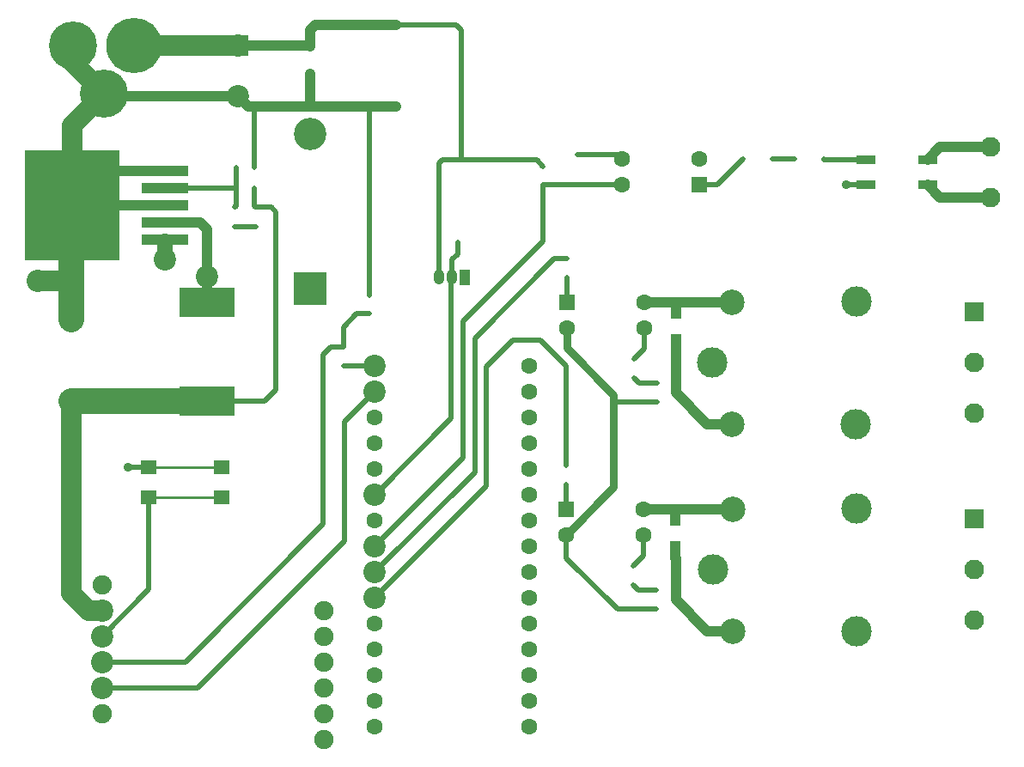
<source format=gbr>
G04 Created by GerbView*
%FSLAX35Y35*%
%MOMM*%
G75*
%ADD10C,0.0254*%
%ADD11C,0.4978*%
%ADD12R,0.0254X0.0254*%
%ADD13C,0.2997*%
%ADD14C,2.9997*%
%ADD15C,2.4994*%
%ADD16R,4.5999X1.0998*%
%ADD17R,9.3980X10.7975*%
%ADD18R,1.5977X1.3995*%
%ADD19R,1.5977X0.0000*%
%ADD20C,1.5977*%
%ADD21R,1.5977X1.5977*%
%ADD22R,1.9482X1.9482*%
%ADD23C,1.9482*%
%ADD24C,5.4585*%
%ADD25C,4.7396*%
%ADD26R,1.0490X1.4986*%
%ADD27R,1.0490X0.4496*%
%ADD28C,1.0490*%
%ADD29R,3.1979X3.1979*%
%ADD30R,3.1979X0.0000*%
%ADD31C,3.1979*%
%ADD32R,0.9982X0.9982*%
%ADD33R,1.9990X1.9990*%
%ADD34C,1.9990*%
%ADD35C,1.8999*%
%ADD36R,5.3975X2.8981*%
%ADD37R,1.8491X0.9500*%
%ADD38C,2.1996*%
%ADD39C,0.8992*%
%ADD40C,0.9982*%
%ADD41C,0.7493*%
%ADD42C,0.2489*%
%ADD43C,1.4986*%
%LNEXPORT*%
D02*
D10*
G36*
X16379330Y-08041730D02*
X16379310Y-08041750D01*
X16379290Y-08041770D01*
X16379270Y-08041790D01*
X16379330Y-08041730D01*
G37*
D11*
X16379350Y-08041700D03*
D10*
D11*
X16379350Y-08041700D03*
D10*
D11*
X16379350Y-08041700D03*
D10*
D11*
X16379350Y-08041700D03*
D10*
X16378441Y-08042618D02*
X16380218Y-08040841D01*
D12*
D10*
X16378135Y-08042161D02*
X16380484Y-08041378D01*
D12*
D10*
G36*
X16671830Y-08041730D02*
X16671810Y-08041750D01*
X16671790Y-08041770D01*
X16671769Y-08041790D01*
X16671830Y-08041730D01*
G37*
D11*
X16671850Y-08041700D03*
D10*
D11*
X16671850Y-08041700D03*
D10*
D11*
X16671850Y-08041700D03*
D10*
D11*
X16671850Y-08041700D03*
D10*
X16670941Y-08042618D02*
X16672718Y-08040841D01*
D12*
D10*
X16670635Y-08042161D02*
X16672984Y-08041378D01*
D12*
D10*
G36*
X15530930Y-12286229D02*
X15530910Y-12286249D01*
X15530890Y-12286269D01*
X15530870Y-12286289D01*
X15530930Y-12286229D01*
G37*
D13*
X15530950Y-12286199D03*
D10*
D13*
X15530950Y-12286199D03*
D10*
D13*
X15530950Y-12286199D03*
D10*
D13*
X15530950Y-12286199D03*
D10*
X15530041Y-12287118D02*
X15531818Y-12285341D01*
D12*
D10*
X15529735Y-12286661D02*
X15532084Y-12285878D01*
D12*
D10*
G36*
X15530930Y-12476229D02*
X15530910Y-12476249D01*
X15530890Y-12476269D01*
X15530870Y-12476289D01*
X15530930Y-12476229D01*
G37*
D13*
X15530950Y-12476199D03*
D10*
D13*
X15530950Y-12476199D03*
D10*
D13*
X15530950Y-12476199D03*
D10*
D13*
X15530950Y-12476199D03*
D10*
X15530041Y-12477118D02*
X15531818Y-12475341D01*
D12*
D10*
X15529735Y-12476661D02*
X15532084Y-12475878D01*
D12*
D10*
G36*
X15718430Y-12381229D02*
X15718410Y-12381249D01*
X15718390Y-12381269D01*
X15718370Y-12381289D01*
X15718430Y-12381229D01*
G37*
D13*
X15718450Y-12381199D03*
D10*
D13*
X15718450Y-12381199D03*
D10*
D13*
X15718450Y-12381199D03*
D10*
D13*
X15718450Y-12381199D03*
D10*
X15717541Y-12382118D02*
X15719318Y-12380341D01*
D12*
D10*
X15717235Y-12381661D02*
X15719584Y-12380878D01*
D12*
D10*
G36*
X11579980Y-08515030D02*
X11579960Y-08515050D01*
X11579940Y-08515070D01*
X11579920Y-08515090D01*
X11579980Y-08515030D01*
G37*
D11*
X11580000Y-08515000D03*
D10*
D11*
X11580000Y-08515000D03*
D10*
D11*
X11580000Y-08515000D03*
D10*
D11*
X11580000Y-08515000D03*
D10*
X11579091Y-08515918D02*
X11580868Y-08514141D01*
D12*
D10*
X11578785Y-08515461D02*
X11581134Y-08514678D01*
D12*
D10*
G36*
X11579980Y-08705029D02*
X11579960Y-08705050D01*
X11579940Y-08705070D01*
X11579920Y-08705089D01*
X11579980Y-08705029D01*
G37*
D11*
X11580000Y-08705000D03*
D10*
D11*
X11580000Y-08705000D03*
D10*
D11*
X11580000Y-08705000D03*
D10*
D11*
X11580000Y-08705000D03*
D10*
X11579091Y-08705918D02*
X11580868Y-08704141D01*
D12*
D10*
X11578785Y-08705461D02*
X11581134Y-08704678D01*
D12*
D10*
D14*
X16082200Y-12086200D03*
D10*
D15*
X16277200Y-12691199D03*
D10*
D14*
X17497200Y-12691199D03*
D10*
D14*
X17502200Y-11486200D03*
D10*
D15*
X16277200Y-11491200D03*
D10*
D14*
X16079700Y-10046200D03*
D10*
D15*
X16274700Y-10651199D03*
D10*
D14*
X17494700Y-10651199D03*
D10*
D14*
X17499700Y-09446200D03*
D10*
D15*
X16274700Y-09451200D03*
D10*
G36*
X15533430Y-10248729D02*
X15533410Y-10248750D01*
X15533390Y-10248770D01*
X15533370Y-10248789D01*
X15533430Y-10248729D01*
G37*
D13*
X15533450Y-10248700D03*
D10*
D13*
X15533450Y-10248700D03*
D10*
D13*
X15533450Y-10248700D03*
D10*
D13*
X15533450Y-10248700D03*
D10*
X15532541Y-10249618D02*
X15534318Y-10247841D01*
D12*
D10*
X15532235Y-10249161D02*
X15534584Y-10248378D01*
D12*
D10*
G36*
X15533430Y-10438729D02*
X15533410Y-10438750D01*
X15533390Y-10438770D01*
X15533370Y-10438789D01*
X15533430Y-10438729D01*
G37*
D13*
X15533450Y-10438700D03*
D10*
D13*
X15533450Y-10438700D03*
D10*
D13*
X15533450Y-10438700D03*
D10*
D13*
X15533450Y-10438700D03*
D10*
X15532541Y-10439618D02*
X15534318Y-10437841D01*
D12*
D10*
X15532235Y-10439161D02*
X15534584Y-10438378D01*
D12*
D10*
G36*
X15720930Y-10343729D02*
X15720910Y-10343750D01*
X15720890Y-10343770D01*
X15720870Y-10343789D01*
X15720930Y-10343729D01*
G37*
D13*
X15720950Y-10343700D03*
D10*
D13*
X15720950Y-10343700D03*
D10*
D13*
X15720950Y-10343700D03*
D10*
D13*
X15720950Y-10343700D03*
D10*
X15720041Y-10344618D02*
X15721818Y-10342841D01*
D12*
D10*
X15719735Y-10344161D02*
X15722084Y-10343378D01*
D12*
D10*
G36*
X11369980Y-08705029D02*
X11369960Y-08705050D01*
X11369940Y-08705070D01*
X11369920Y-08705089D01*
X11369980Y-08705029D01*
G37*
D11*
X11370000Y-08705000D03*
D10*
D11*
X11370000Y-08705000D03*
D10*
D11*
X11370000Y-08705000D03*
D10*
D11*
X11370000Y-08705000D03*
D10*
X11369091Y-08705918D02*
X11370868Y-08704141D01*
D12*
D10*
X11368785Y-08705461D02*
X11371134Y-08704678D01*
D12*
D10*
G36*
X11369980Y-08515030D02*
X11369960Y-08515050D01*
X11369940Y-08515070D01*
X11369920Y-08515090D01*
X11369980Y-08515030D01*
G37*
D11*
X11370000Y-08515000D03*
D10*
D11*
X11370000Y-08515000D03*
D10*
D11*
X11370000Y-08515000D03*
D10*
D11*
X11370000Y-08515000D03*
D10*
X11369091Y-08515918D02*
X11370868Y-08514141D01*
D12*
D10*
X11368785Y-08515461D02*
X11371134Y-08514678D01*
D12*
D10*
G36*
X14639680Y-11244980D02*
X14639660Y-11245000D01*
X14639640Y-11245020D01*
X14639620Y-11245040D01*
X14639680Y-11244980D01*
G37*
D11*
X14639700Y-11244950D03*
D10*
D11*
X14639700Y-11244950D03*
D10*
D11*
X14639700Y-11244950D03*
D10*
D11*
X14639700Y-11244950D03*
D10*
X14638791Y-11245868D02*
X14640568Y-11244091D01*
D12*
D10*
X14638485Y-11245411D02*
X14640834Y-11244628D01*
D12*
D10*
G36*
X14639680Y-11062480D02*
X14639660Y-11062500D01*
X14639640Y-11062520D01*
X14639620Y-11062540D01*
X14639680Y-11062480D01*
G37*
D11*
X14639700Y-11062450D03*
D10*
D11*
X14639700Y-11062450D03*
D10*
D11*
X14639700Y-11062450D03*
D10*
D11*
X14639700Y-11062450D03*
D10*
X14638791Y-11063368D02*
X14640568Y-11061591D01*
D12*
D10*
X14638485Y-11062911D02*
X14640834Y-11062128D01*
D12*
D10*
G36*
X13385930Y-08856230D02*
X13385910Y-08856250D01*
X13385890Y-08856270D01*
X13385870Y-08856290D01*
X13385930Y-08856230D01*
G37*
D11*
X13385950Y-08856200D03*
D10*
D11*
X13385950Y-08856200D03*
D10*
D11*
X13385950Y-08856200D03*
D10*
D11*
X13385950Y-08856200D03*
D10*
X13385041Y-08857118D02*
X13386818Y-08855341D01*
D12*
D10*
X13384735Y-08856661D02*
X13387084Y-08855878D01*
D12*
D10*
G36*
X13568430Y-08856230D02*
X13568410Y-08856250D01*
X13568390Y-08856270D01*
X13568370Y-08856290D01*
X13568430Y-08856230D01*
G37*
D11*
X13568450Y-08856200D03*
D10*
D11*
X13568450Y-08856200D03*
D10*
D11*
X13568450Y-08856200D03*
D10*
D11*
X13568450Y-08856200D03*
D10*
X13567541Y-08857118D02*
X13569318Y-08855341D01*
D12*
D10*
X13567235Y-08856661D02*
X13569584Y-08855878D01*
D12*
D10*
D16*
X10683900Y-08832799D03*
D10*
D16*
X10683900Y-08662800D03*
D10*
D17*
X9768900Y-08492800D03*
D10*
D16*
X10683900Y-08492800D03*
D10*
D16*
X10683900Y-08322800D03*
D10*
D16*
X10683900Y-08152800D03*
D10*
G36*
X15304680Y-10193729D02*
X15304660Y-10193750D01*
X15304640Y-10193770D01*
X15304620Y-10193789D01*
X15304680Y-10193729D01*
G37*
D11*
X15304700Y-10193700D03*
D10*
D11*
X15304700Y-10193700D03*
D10*
D11*
X15304700Y-10193700D03*
D10*
D11*
X15304700Y-10193700D03*
D10*
X15303791Y-10194618D02*
X15305568Y-10192841D01*
D12*
D10*
X15303485Y-10194161D02*
X15305834Y-10193378D01*
D12*
D10*
G36*
X15304680Y-10011229D02*
X15304660Y-10011250D01*
X15304640Y-10011270D01*
X15304620Y-10011289D01*
X15304680Y-10011229D01*
G37*
D11*
X15304700Y-10011200D03*
D10*
D11*
X15304700Y-10011200D03*
D10*
D11*
X15304700Y-10011200D03*
D10*
D11*
X15304700Y-10011200D03*
D10*
X15303791Y-10012118D02*
X15305568Y-10010341D01*
D12*
D10*
X15303485Y-10011661D02*
X15305834Y-10010878D01*
D12*
D10*
G36*
X9762180Y-10421979D02*
X9762160Y-10422000D01*
X9762140Y-10422019D01*
X9762120Y-10422039D01*
X9762180Y-10421979D01*
G37*
D11*
X9762200Y-10421949D03*
D10*
D11*
X9762200Y-10421949D03*
D10*
D11*
X9762200Y-10421949D03*
D10*
D11*
X9762200Y-10421949D03*
D10*
X9761291Y-10422868D02*
X9763068Y-10421091D01*
D12*
D10*
X9760985Y-10422411D02*
X9763334Y-10421628D01*
D12*
D10*
G36*
X9762180Y-09621979D02*
X9762160Y-09622000D01*
X9762140Y-09622020D01*
X9762120Y-09622039D01*
X9762180Y-09621979D01*
G37*
D11*
X9762200Y-09621950D03*
D10*
D11*
X9762200Y-09621950D03*
D10*
D11*
X9762200Y-09621950D03*
D10*
D11*
X9762200Y-09621950D03*
D10*
X9761291Y-09622868D02*
X9763068Y-09621091D01*
D12*
D10*
X9760985Y-09622411D02*
X9763334Y-09621628D01*
D12*
D10*
G36*
X12117180Y-06931229D02*
X12117160Y-06931250D01*
X12117140Y-06931269D01*
X12117120Y-06931289D01*
X12117180Y-06931229D01*
G37*
D11*
X12117200Y-06931199D03*
D10*
D11*
X12117200Y-06931199D03*
D10*
D11*
X12117200Y-06931199D03*
D10*
D11*
X12117200Y-06931199D03*
D10*
X12116291Y-06932118D02*
X12118068Y-06930341D01*
D12*
D10*
X12115985Y-06931661D02*
X12118334Y-06930878D01*
D12*
D10*
G36*
X12117180Y-07201229D02*
X12117160Y-07201250D01*
X12117140Y-07201269D01*
X12117120Y-07201290D01*
X12117180Y-07201229D01*
G37*
D11*
X12117200Y-07201199D03*
D10*
D11*
X12117200Y-07201199D03*
D10*
D11*
X12117200Y-07201199D03*
D10*
D11*
X12117200Y-07201199D03*
D10*
X12116291Y-07202118D02*
X12118068Y-07200341D01*
D12*
D10*
X12115985Y-07201661D02*
X12118334Y-07200878D01*
D12*
D10*
D18*
X10522200Y-11076200D03*
D10*
D18*
X11242200Y-11076200D03*
D10*
D18*
X11242200Y-11376200D03*
D10*
D18*
X10522200Y-11376200D03*
D10*
D19*
X14274000Y-10078000D03*
D10*
D20*
X14274000Y-10078000D03*
D10*
D20*
X14274000Y-10078000D03*
D10*
D19*
X14274000Y-10332000D03*
D10*
D20*
X14274000Y-10332000D03*
D10*
D20*
X14274000Y-10332000D03*
D10*
D19*
X14274000Y-10586000D03*
D10*
D20*
X14274000Y-10586000D03*
D10*
D20*
X14274000Y-10586000D03*
D10*
D19*
X14274000Y-10840000D03*
D10*
D20*
X14274000Y-10840000D03*
D10*
D20*
X14274000Y-10840000D03*
D10*
D19*
X14274000Y-11094000D03*
D10*
D20*
X14274000Y-11094000D03*
D10*
D20*
X14274000Y-11094000D03*
D10*
D19*
X14274000Y-11348000D03*
D10*
D20*
X14274000Y-11348000D03*
D10*
D20*
X14274000Y-11348000D03*
D10*
D19*
X14274000Y-11602000D03*
D10*
D20*
X14274000Y-11602000D03*
D10*
D20*
X14274000Y-11602000D03*
D10*
D19*
X14274000Y-11856000D03*
D10*
D20*
X14274000Y-11856000D03*
D10*
D20*
X14274000Y-11856000D03*
D10*
D19*
X14274000Y-12110000D03*
D10*
D20*
X14274000Y-12110000D03*
D10*
D20*
X14274000Y-12110000D03*
D10*
D19*
X14274000Y-12364000D03*
D10*
D20*
X14274000Y-12364000D03*
D10*
D20*
X14274000Y-12364000D03*
D10*
D19*
X14274000Y-12618000D03*
D10*
D20*
X14274000Y-12618000D03*
D10*
D20*
X14274000Y-12618000D03*
D10*
D19*
X14274000Y-12872000D03*
D10*
D20*
X14274000Y-12872000D03*
D10*
D20*
X14274000Y-12872000D03*
D10*
D19*
X14274000Y-13126000D03*
D10*
D20*
X14274000Y-13126000D03*
D10*
D20*
X14274000Y-13126000D03*
D10*
D19*
X14274000Y-13380000D03*
D10*
D20*
X14274000Y-13380000D03*
D10*
D20*
X14274000Y-13380000D03*
D10*
D19*
X14274000Y-13634000D03*
D10*
D20*
X14274000Y-13634000D03*
D10*
D20*
X14274000Y-13634000D03*
D10*
D19*
X12750000Y-13634000D03*
D10*
D20*
X12750000Y-13634000D03*
D10*
D20*
X12750000Y-13634000D03*
D10*
D19*
X12750000Y-13380000D03*
D10*
D20*
X12750000Y-13380000D03*
D10*
D20*
X12750000Y-13380000D03*
D10*
D19*
X12750000Y-13126000D03*
D10*
D20*
X12750000Y-13126000D03*
D10*
D20*
X12750000Y-13126000D03*
D10*
D19*
X12750000Y-12872000D03*
D10*
D20*
X12750000Y-12872000D03*
D10*
D20*
X12750000Y-12872000D03*
D10*
D19*
X12750000Y-12618000D03*
D10*
D20*
X12750000Y-12618000D03*
D10*
D20*
X12750000Y-12618000D03*
D10*
D19*
X12750000Y-12364000D03*
D10*
D20*
X12750000Y-12364000D03*
D10*
D20*
X12750000Y-12364000D03*
D10*
D19*
X12750000Y-12110000D03*
D10*
D20*
X12750000Y-12110000D03*
D10*
D20*
X12750000Y-12110000D03*
D10*
D19*
X12750000Y-11856000D03*
D10*
D20*
X12750000Y-11856000D03*
D10*
D20*
X12750000Y-11856000D03*
D10*
D19*
X12750000Y-11602000D03*
D10*
D20*
X12750000Y-11602000D03*
D10*
D20*
X12750000Y-11602000D03*
D10*
D19*
X12750000Y-11348000D03*
D10*
D20*
X12750000Y-11348000D03*
D10*
D20*
X12750000Y-11348000D03*
D10*
D19*
X12750000Y-11094000D03*
D10*
D20*
X12750000Y-11094000D03*
D10*
D20*
X12750000Y-11094000D03*
D10*
D19*
X12750000Y-10840000D03*
D10*
D20*
X12750000Y-10840000D03*
D10*
D20*
X12750000Y-10840000D03*
D10*
D19*
X12750000Y-10586000D03*
D10*
D20*
X12750000Y-10586000D03*
D10*
D20*
X12750000Y-10586000D03*
D10*
D19*
X12750000Y-10332000D03*
D10*
D20*
X12750000Y-10332000D03*
D10*
D20*
X12750000Y-10332000D03*
D10*
D21*
X12750000Y-10078000D03*
D10*
G36*
X16887330Y-08041730D02*
X16887310Y-08041750D01*
X16887290Y-08041770D01*
X16887270Y-08041790D01*
X16887330Y-08041730D01*
G37*
D11*
X16887350Y-08041700D03*
D10*
D11*
X16887350Y-08041700D03*
D10*
D11*
X16887350Y-08041700D03*
D10*
D11*
X16887350Y-08041700D03*
D10*
X16886441Y-08042618D02*
X16888218Y-08040841D01*
D12*
D10*
X16886135Y-08042161D02*
X16888484Y-08041378D01*
D12*
D10*
G36*
X17179830Y-08041730D02*
X17179810Y-08041750D01*
X17179790Y-08041770D01*
X17179770Y-08041790D01*
X17179830Y-08041730D01*
G37*
D11*
X17179850Y-08041700D03*
D10*
D11*
X17179850Y-08041700D03*
D10*
D11*
X17179850Y-08041700D03*
D10*
D11*
X17179850Y-08041700D03*
D10*
X17178941Y-08042618D02*
X17180718Y-08040841D01*
D12*
D10*
X17178635Y-08042161D02*
X17180984Y-08041378D01*
D12*
D10*
D22*
X18660000Y-09546200D03*
D10*
D23*
X18660000Y-10046200D03*
D10*
D23*
X18660000Y-10546200D03*
D10*
D21*
X15950000Y-08295699D03*
D10*
D19*
X15950000Y-08041700D03*
D10*
D20*
X15950000Y-08041700D03*
D10*
D20*
X15950000Y-08041700D03*
D10*
D19*
X15188000Y-08041700D03*
D10*
D20*
X15188000Y-08041700D03*
D10*
D20*
X15188000Y-08041700D03*
D10*
D19*
X15188000Y-08295700D03*
D10*
D20*
X15188000Y-08295700D03*
D10*
D20*
X15188000Y-08295700D03*
D10*
G36*
X14409980Y-08113780D02*
X14409960Y-08113800D01*
X14409940Y-08113820D01*
X14409920Y-08113840D01*
X14409980Y-08113780D01*
G37*
D11*
X14410000Y-08113750D03*
D10*
D11*
X14410000Y-08113750D03*
D10*
D11*
X14410000Y-08113750D03*
D10*
D11*
X14410000Y-08113750D03*
D10*
X14409091Y-08114668D02*
X14410868Y-08112891D01*
D12*
D10*
X14408785Y-08114211D02*
X14411134Y-08113428D01*
D12*
D10*
G36*
X14409980Y-08296280D02*
X14409960Y-08296300D01*
X14409940Y-08296320D01*
X14409920Y-08296340D01*
X14409980Y-08296280D01*
G37*
D11*
X14410000Y-08296250D03*
D10*
D11*
X14410000Y-08296250D03*
D10*
D11*
X14410000Y-08296250D03*
D10*
D11*
X14410000Y-08296250D03*
D10*
X14409091Y-08297168D02*
X14410868Y-08295391D01*
D12*
D10*
X14408785Y-08296711D02*
X14411134Y-08295928D01*
D12*
D10*
D23*
X18817200Y-07918700D03*
D10*
D23*
X18817200Y-08418700D03*
D10*
D24*
X10379500Y-06923500D03*
D10*
D25*
X9779500Y-06923500D03*
D10*
D25*
X10079500Y-07393500D03*
D10*
D26*
X13639700Y-09202700D03*
D10*
D27*
X13512700Y-09202700D03*
D10*
D28*
X13512700Y-09225200D03*
D10*
D28*
X13512700Y-09180200D03*
D10*
D27*
X13385700Y-09202700D03*
D10*
D28*
X13385700Y-09225200D03*
D10*
D28*
X13385700Y-09180200D03*
D10*
D21*
X14644500Y-09450500D03*
D10*
D19*
X14644500Y-09704500D03*
D10*
D20*
X14644500Y-09704500D03*
D10*
D20*
X14644500Y-09704500D03*
D10*
D19*
X15406500Y-09704500D03*
D10*
D20*
X15406500Y-09704500D03*
D10*
D20*
X15406500Y-09704500D03*
D10*
D19*
X15406500Y-09450500D03*
D10*
D20*
X15406500Y-09450500D03*
D10*
D20*
X15406500Y-09450500D03*
D10*
G36*
X11566830Y-08322630D02*
X11566810Y-08322650D01*
X11566790Y-08322670D01*
X11566770Y-08322690D01*
X11566830Y-08322630D01*
G37*
D11*
X11566850Y-08322600D03*
D10*
D11*
X11566850Y-08322600D03*
D10*
D11*
X11566850Y-08322600D03*
D10*
D11*
X11566850Y-08322600D03*
D10*
X11565941Y-08323518D02*
X11567718Y-08321741D01*
D12*
D10*
X11565635Y-08323061D02*
X11567984Y-08322278D01*
D12*
D10*
G36*
X11384330Y-08322630D02*
X11384310Y-08322650D01*
X11384290Y-08322670D01*
X11384270Y-08322690D01*
X11384330Y-08322630D01*
G37*
D11*
X11384350Y-08322600D03*
D10*
D11*
X11384350Y-08322600D03*
D10*
D11*
X11384350Y-08322600D03*
D10*
D11*
X11384350Y-08322600D03*
D10*
X11383441Y-08323518D02*
X11385218Y-08321741D01*
D12*
D10*
X11383135Y-08323061D02*
X11385484Y-08322278D01*
D12*
D10*
G36*
X14644480Y-09205530D02*
X14644460Y-09205550D01*
X14644440Y-09205570D01*
X14644420Y-09205590D01*
X14644480Y-09205530D01*
G37*
D11*
X14644500Y-09205500D03*
D10*
D11*
X14644500Y-09205500D03*
D10*
D11*
X14644500Y-09205500D03*
D10*
D11*
X14644500Y-09205500D03*
D10*
X14643591Y-09206418D02*
X14645368Y-09204641D01*
D12*
D10*
X14643285Y-09205961D02*
X14645634Y-09205178D01*
D12*
D10*
G36*
X14644480Y-09023030D02*
X14644460Y-09023050D01*
X14644440Y-09023070D01*
X14644420Y-09023090D01*
X14644480Y-09023030D01*
G37*
D11*
X14644500Y-09023000D03*
D10*
D11*
X14644500Y-09023000D03*
D10*
D11*
X14644500Y-09023000D03*
D10*
D11*
X14644500Y-09023000D03*
D10*
X14643591Y-09023918D02*
X14645368Y-09022141D01*
D12*
D10*
X14643285Y-09023461D02*
X14645634Y-09022678D01*
D12*
D10*
D29*
X12115000Y-09313999D03*
D10*
D30*
X12115000Y-07790000D03*
D10*
D31*
X12115000Y-07790000D03*
D10*
D31*
X12115000Y-07790000D03*
D10*
G36*
X15299980Y-12235029D02*
X15299960Y-12235050D01*
X15299940Y-12235069D01*
X15299920Y-12235089D01*
X15299980Y-12235029D01*
G37*
D11*
X15300000Y-12235000D03*
D10*
D11*
X15300000Y-12235000D03*
D10*
D11*
X15300000Y-12235000D03*
D10*
D11*
X15300000Y-12235000D03*
D10*
X15299091Y-12235918D02*
X15300868Y-12234141D01*
D12*
D10*
X15298785Y-12235461D02*
X15301134Y-12234678D01*
D12*
D10*
G36*
X15299980Y-12052529D02*
X15299960Y-12052550D01*
X15299940Y-12052569D01*
X15299920Y-12052589D01*
X15299980Y-12052529D01*
G37*
D11*
X15300000Y-12052500D03*
D10*
D11*
X15300000Y-12052500D03*
D10*
D11*
X15300000Y-12052500D03*
D10*
D11*
X15300000Y-12052500D03*
D10*
X15299091Y-12053418D02*
X15300868Y-12051641D01*
D12*
D10*
X15298785Y-12052961D02*
X15301134Y-12052178D01*
D12*
D10*
D32*
X15717200Y-11606200D03*
D10*
D32*
X15717200Y-11856200D03*
D10*
G36*
X12444980Y-10076279D02*
X12444960Y-10076300D01*
X12444940Y-10076319D01*
X12444920Y-10076339D01*
X12444980Y-10076279D01*
G37*
D11*
X12445000Y-10076250D03*
D10*
D11*
X12445000Y-10076250D03*
D10*
D11*
X12445000Y-10076250D03*
D10*
D11*
X12445000Y-10076250D03*
D10*
X12444091Y-10077168D02*
X12445868Y-10075391D01*
D12*
D10*
X12443785Y-10076711D02*
X12446134Y-10075928D01*
D12*
D10*
G36*
X12444980Y-09893779D02*
X12444960Y-09893800D01*
X12444940Y-09893819D01*
X12444920Y-09893839D01*
X12444980Y-09893779D01*
G37*
D11*
X12445000Y-09893750D03*
D10*
D11*
X12445000Y-09893750D03*
D10*
D11*
X12445000Y-09893750D03*
D10*
D11*
X12445000Y-09893750D03*
D10*
X12444091Y-09894668D02*
X12445868Y-09892891D01*
D12*
D10*
X12443785Y-09894211D02*
X12446134Y-09893428D01*
D12*
D10*
G36*
X12694980Y-09383780D02*
X12694960Y-09383800D01*
X12694940Y-09383820D01*
X12694920Y-09383840D01*
X12694980Y-09383780D01*
G37*
D11*
X12695000Y-09383750D03*
D10*
D11*
X12695000Y-09383750D03*
D10*
D11*
X12695000Y-09383750D03*
D10*
D11*
X12695000Y-09383750D03*
D10*
X12694091Y-09384668D02*
X12695868Y-09382891D01*
D12*
D10*
X12693785Y-09384211D02*
X12696134Y-09383428D01*
D12*
D10*
G36*
X12694980Y-09566280D02*
X12694960Y-09566300D01*
X12694940Y-09566320D01*
X12694920Y-09566340D01*
X12694980Y-09566280D01*
G37*
D11*
X12695000Y-09566250D03*
D10*
D11*
X12695000Y-09566250D03*
D10*
D11*
X12695000Y-09566250D03*
D10*
D11*
X12695000Y-09566250D03*
D10*
X12694091Y-09567168D02*
X12695868Y-09565391D01*
D12*
D10*
X12693785Y-09566711D02*
X12696134Y-09565928D01*
D12*
D10*
G36*
X14749480Y-08295030D02*
X14749460Y-08295050D01*
X14749440Y-08295070D01*
X14749420Y-08295090D01*
X14749480Y-08295030D01*
G37*
D11*
X14749500Y-08295000D03*
D10*
D11*
X14749500Y-08295000D03*
D10*
D11*
X14749500Y-08295000D03*
D10*
D11*
X14749500Y-08295000D03*
D10*
X14748591Y-08295918D02*
X14750368Y-08294141D01*
D12*
D10*
X14748285Y-08295461D02*
X14750634Y-08294678D01*
D12*
D10*
G36*
X14749480Y-08000030D02*
X14749460Y-08000050D01*
X14749440Y-08000069D01*
X14749420Y-08000090D01*
X14749480Y-08000030D01*
G37*
D11*
X14749500Y-07999999D03*
D10*
D11*
X14749500Y-07999999D03*
D10*
D11*
X14749500Y-07999999D03*
D10*
D11*
X14749500Y-07999999D03*
D10*
X14748591Y-08000918D02*
X14750368Y-07999141D01*
D12*
D10*
X14748285Y-08000461D02*
X14750634Y-07999678D01*
D12*
D10*
D32*
X15719700Y-09565500D03*
D10*
D32*
X15719700Y-09815500D03*
D10*
D33*
X11406000Y-06922532D03*
D10*
D34*
X11406000Y-07422532D03*
D10*
D22*
X18660000Y-11586200D03*
D10*
D23*
X18660000Y-12086200D03*
D10*
D23*
X18660000Y-12586200D03*
D10*
G36*
X12962180Y-06721230D02*
X12962160Y-06721250D01*
X12962140Y-06721269D01*
X12962120Y-06721290D01*
X12962180Y-06721230D01*
G37*
D11*
X12962200Y-06721199D03*
D10*
D11*
X12962200Y-06721199D03*
D10*
D11*
X12962200Y-06721199D03*
D10*
D11*
X12962200Y-06721199D03*
D10*
X12961291Y-06722118D02*
X12963068Y-06720341D01*
D12*
D10*
X12960985Y-06721661D02*
X12963334Y-06720878D01*
D12*
D10*
G36*
X12962180Y-07521230D02*
X12962160Y-07521250D01*
X12962140Y-07521270D01*
X12962120Y-07521290D01*
X12962180Y-07521230D01*
G37*
D11*
X12962200Y-07521200D03*
D10*
D11*
X12962200Y-07521200D03*
D10*
D11*
X12962200Y-07521200D03*
D10*
D11*
X12962200Y-07521200D03*
D10*
X12961291Y-07522118D02*
X12963068Y-07520341D01*
D12*
D10*
X12960985Y-07521661D02*
X12963334Y-07520878D01*
D12*
D10*
G36*
X11384330Y-08119430D02*
X11384310Y-08119450D01*
X11384290Y-08119470D01*
X11384270Y-08119490D01*
X11384330Y-08119430D01*
G37*
D11*
X11384350Y-08119400D03*
D10*
D11*
X11384350Y-08119400D03*
D10*
D11*
X11384350Y-08119400D03*
D10*
D11*
X11384350Y-08119400D03*
D10*
X11383441Y-08120318D02*
X11385218Y-08118541D01*
D12*
D10*
X11383135Y-08119861D02*
X11385484Y-08119078D01*
D12*
D10*
G36*
X11566830Y-08119430D02*
X11566810Y-08119450D01*
X11566790Y-08119470D01*
X11566770Y-08119490D01*
X11566830Y-08119430D01*
G37*
D11*
X11566850Y-08119400D03*
D10*
D11*
X11566850Y-08119400D03*
D10*
D11*
X11566850Y-08119400D03*
D10*
D11*
X11566850Y-08119400D03*
D10*
X11565941Y-08120318D02*
X11567718Y-08118541D01*
D12*
D10*
X11565635Y-08119861D02*
X11567984Y-08119078D01*
D12*
D10*
D35*
X10062200Y-12233700D03*
D10*
D35*
X10062200Y-12487700D03*
D10*
D35*
X10062200Y-12741700D03*
D10*
D35*
X10062200Y-12995700D03*
D10*
D35*
X10062200Y-13249700D03*
D10*
D35*
X10062200Y-13503700D03*
D10*
D35*
X12249200Y-13757700D03*
D10*
D35*
X12249200Y-13503700D03*
D10*
D35*
X12249200Y-13249700D03*
D10*
D35*
X12249200Y-12995700D03*
D10*
D35*
X12249200Y-12741700D03*
D10*
D35*
X12249200Y-12487700D03*
D10*
D21*
X14639700Y-11488700D03*
D10*
D19*
X14639700Y-11742700D03*
D10*
D20*
X14639700Y-11742700D03*
D10*
D20*
X14639700Y-11742700D03*
D10*
D19*
X15401700Y-11742700D03*
D10*
D20*
X15401700Y-11742700D03*
D10*
D20*
X15401700Y-11742700D03*
D10*
D19*
X15401700Y-11488700D03*
D10*
D20*
X15401700Y-11488700D03*
D10*
D20*
X15401700Y-11488700D03*
D10*
D36*
X11101200Y-09455599D03*
D10*
D36*
X11101200Y-10425600D03*
D10*
D37*
X17594700Y-08043700D03*
D10*
D37*
X17594700Y-08293700D03*
D10*
D37*
X18199700Y-08293700D03*
D10*
D37*
X18199700Y-08043700D03*
D10*
D38*
X11406000Y-06922532D03*
D10*
D38*
X11406000Y-07422532D03*
D10*
D38*
X10062200Y-12741700D03*
D10*
D38*
X10062200Y-12487700D03*
D10*
D38*
X10062200Y-12995700D03*
D10*
D38*
X10062200Y-13249700D03*
D10*
D38*
X12750000Y-10078000D03*
D10*
D38*
X12750000Y-10332000D03*
D10*
D38*
X12750000Y-11348000D03*
D10*
D38*
X12752200Y-11856700D03*
D10*
D38*
X12750000Y-12110000D03*
D10*
D38*
X12750000Y-12364000D03*
D10*
D38*
X9434700Y-09243700D03*
D10*
D39*
X10319700Y-11076200D03*
D10*
D38*
X10680000Y-09030000D03*
D10*
D38*
X11101200Y-09198800D03*
D10*
D39*
X17398000Y-08293700D03*
D10*
D11*
X12755450Y-11345450D02*
X12752200Y-11348700D01*
X12750000Y-10078000D02*
X12446750D01*
X12445000Y-10076250D01*
X12454700Y-11803700D02*
X11008700Y-13249700D01*
X10062200D01*
X12752200Y-10332700D02*
X12454700Y-10630200D01*
Y-11803700D01*
D40*
X11502200Y-07521200D02*
X11406000Y-07425000D01*
X12197200Y-07521200D02*
X12676200D01*
D11*
X15146300Y-07999999D02*
X15188000Y-08041700D01*
X15107200Y-10438700D02*
X15533450D01*
D41*
X15107200Y-10438700D02*
Y-11275200D01*
D40*
X12193400Y-07521200D02*
X12197200D01*
D11*
X15144700Y-12476199D02*
X15530950D01*
D34*
X9434700Y-09243700D02*
X9752200D01*
D41*
X15107200Y-10366199D02*
Y-10438700D01*
D11*
X14749500Y-07999999D02*
X15146300D01*
X14639700Y-11742700D02*
Y-11971200D01*
D41*
X15107200Y-11275200D02*
X14639700Y-11742700D01*
D34*
X9768900Y-07704100D02*
X10079500Y-07393500D01*
D40*
X11406000Y-07425000D02*
Y-07422532D01*
X11571200Y-07521200D02*
X11502200D01*
X12117200D02*
X12099700D01*
D42*
X10522200Y-11076200D02*
X11242200D01*
D40*
X10683900Y-08492800D02*
X9768900D01*
X10683900Y-08152800D02*
X9768900D01*
D41*
X14644500Y-09903500D02*
X15107200Y-10366199D01*
D11*
X11566850Y-07525550D02*
X11571200Y-07521200D01*
X12695000Y-09383750D02*
Y-07540000D01*
D34*
X9779500Y-06923500D02*
Y-07093500D01*
D11*
X12695000Y-07540000D02*
X12676200Y-07521200D01*
D15*
X9762200Y-09233700D02*
Y-08499500D01*
D40*
X12676200Y-07521200D02*
X12962200D01*
D34*
X9768900Y-08492800D02*
Y-07704100D01*
D11*
X10319700Y-11076200D02*
X10522200D01*
D40*
X11406000Y-07422532D02*
X10149590D01*
X12117200Y-07201199D02*
Y-07521200D01*
D11*
X14639700Y-11971200D02*
X15144700Y-12476199D01*
D15*
X9762200Y-08499500D02*
X9768900Y-08492800D01*
D40*
X12197200Y-07521200D02*
X12099700D01*
D11*
X11566850Y-08119400D02*
Y-07525550D01*
D41*
X14644500Y-09704500D02*
Y-09903500D01*
D40*
X12099700Y-07521200D02*
X11571200D01*
D15*
X9762200Y-09621950D02*
Y-09233700D01*
D34*
X9779500Y-07093500D02*
X10079500Y-07393500D01*
D40*
X10079499Y-07393500D02*
G03X10149590Y-07422532I70090J70090D01*
G01*
X10149590Y-07422532D02*
X10149590Y-07422532D01*
D11*
X13512700Y-09033199D02*
Y-09202700D01*
X13502200Y-09213200D02*
Y-10598700D01*
X13568450Y-08977449D02*
X13512700Y-09033199D01*
X13502200Y-10598700D02*
X12755450Y-11345450D01*
X13512700Y-09202700D02*
X13502200Y-09213200D01*
X13568450Y-08856200D02*
Y-08977449D01*
X13622200Y-10986700D02*
X12752200Y-11856700D01*
X15188000Y-08295700D02*
X14750200D01*
X13622200Y-09642205D02*
Y-10986700D01*
X14410000Y-08296250D02*
Y-08854405D01*
X14411250Y-08295000D02*
X14410000Y-08296250D01*
X14749500Y-08295000D02*
X14411250D01*
X14410000Y-08854405D02*
X13622200Y-09642205D01*
X14520400Y-09023000D02*
X13737200Y-09806200D01*
X14644500Y-09023000D02*
X14520400D01*
X13737200Y-11125700D02*
X12752200Y-12110700D01*
X13737200Y-09806200D02*
Y-11125700D01*
X13849700Y-11267200D02*
X12752200Y-12364700D01*
X14109700Y-09823700D02*
X13849700Y-10083700D01*
Y-11267200D01*
X14639700Y-11062450D02*
Y-10078700D01*
X14384700Y-09823700D02*
X14109700D01*
X14639700Y-10078700D02*
X14384700Y-09823700D01*
D40*
X12959700Y-06718699D02*
X12962200Y-06721199D01*
X15719700Y-09450500D02*
X16274000D01*
D11*
X13552200Y-06721199D02*
X13602100Y-06771100D01*
X13385950Y-08084950D02*
Y-08856200D01*
D43*
X10680000Y-09030000D02*
Y-08850000D01*
D40*
X15719700Y-09565500D02*
Y-09450500D01*
X15406500D02*
X15719700D01*
X15404200Y-11491200D02*
X15401700Y-11488700D01*
X12169700Y-06718699D02*
X12117200Y-06771200D01*
X11406000Y-06922532D02*
X12108532D01*
D34*
X10379500Y-06923500D02*
X11405032D01*
D40*
X15717200Y-11491200D02*
X15404200D01*
D11*
X13602100Y-06771100D02*
Y-08050050D01*
X14346300D02*
X13602100D01*
X12962200Y-06721199D02*
X13552200D01*
X14410000Y-08113750D02*
X14346300Y-08050050D01*
D40*
X12108532Y-06922532D02*
X12117200Y-06931199D01*
Y-06771200D02*
Y-06931199D01*
D11*
X13385950Y-09202450D02*
X13385700Y-09202700D01*
D40*
X15717200Y-11606200D02*
Y-11491200D01*
D11*
X13420850Y-08050050D02*
X13385950Y-08084950D01*
Y-08856200D02*
Y-09202450D01*
D40*
X16274000Y-09450500D02*
X16274700Y-09451200D01*
X12169700Y-06718699D02*
X12959700D01*
D11*
X13602100Y-08050050D02*
X13420850D01*
D34*
X11405032Y-06923500D02*
X11406000Y-06922532D01*
D40*
X15717200Y-11491200D02*
X16277200D01*
D11*
X17181850Y-08043700D02*
X17179850Y-08041700D01*
X17594700Y-08043700D02*
X17181850D01*
D40*
X18324700Y-08418700D02*
X18199700Y-08293700D01*
X18817200Y-08418700D02*
X18324700D01*
Y-07918700D02*
X18199700Y-08043700D01*
X18817200Y-07918700D02*
X18324700D01*
D11*
X11580000Y-08515000D02*
X11735000D01*
X11780000Y-08559999D02*
Y-10315000D01*
D34*
X9762200Y-12322050D02*
X9927849Y-12487700D01*
D11*
X11735000Y-08515000D02*
X11780000Y-08559999D01*
X11669400Y-10425600D02*
X11101200D01*
X11566850Y-08501849D02*
X11580000Y-08515000D01*
D15*
X11101200Y-10425600D02*
X9765850D01*
D34*
X9927849Y-12487700D02*
X10062200D01*
D11*
X11780000Y-10315000D02*
X11669400Y-10425600D01*
D34*
X9762200Y-10421949D02*
Y-12322050D01*
D15*
X9765850Y-10425600D02*
X9762200Y-10421949D01*
D11*
X11566850Y-08322600D02*
Y-08501849D01*
D40*
X11028800Y-08662800D02*
X11101200Y-08735200D01*
Y-09198800D02*
Y-09218800D01*
X10683900Y-08662800D02*
X11028800D01*
X11101200Y-09218800D02*
Y-09455599D01*
Y-08735200D02*
Y-09198800D01*
X15719700Y-09930500D02*
X15720950Y-09931749D01*
X16028450Y-10651199D02*
X15720950Y-10343700D01*
X16274700Y-10651199D02*
X16028450D01*
X15720950Y-10343700D02*
Y-09931749D01*
X15719700Y-09815500D02*
Y-09930500D01*
X15718450Y-12381199D02*
Y-11972450D01*
X15717200Y-11971200D01*
X16028450Y-12691199D02*
X15718450Y-12381199D01*
X16277200Y-12691199D02*
X16028450D01*
X15717200Y-11856200D02*
Y-11971200D01*
D11*
X15359700Y-10248700D02*
X15304700Y-10193700D01*
X15533450Y-10248700D02*
X15359700D01*
X15530950Y-12286199D02*
X15351200D01*
X15300000Y-12235000D01*
X16887350Y-08041700D02*
X16671850D01*
X16379350D02*
X16125350Y-08295700D01*
X15950000D01*
X14644500Y-09205500D02*
Y-09450500D01*
X15406500Y-09704500D02*
Y-09909399D01*
X15304700Y-10011200D01*
X10522200Y-11642200D02*
Y-12281700D01*
D42*
X11242200Y-11376200D02*
X10522200D01*
D11*
X10522200Y-12281700D02*
X10062200Y-12741700D01*
X10522200Y-11376200D02*
Y-11642200D01*
X14639700Y-11244950D02*
Y-11488700D01*
X15401700Y-11950799D02*
X15300000Y-12052500D01*
X15401700Y-11742700D02*
Y-11950799D01*
X17594700Y-08293700D02*
X17398000D01*
X11580000Y-08705000D02*
X11370000D01*
X10683900Y-08322600D02*
Y-08322800D01*
X11384350Y-08322600D02*
X10683900D01*
X11384350Y-08119400D02*
Y-08322600D01*
Y-08500650D02*
X11370000Y-08515000D01*
X11384350Y-08322600D02*
Y-08500650D01*
X12245000Y-09970000D02*
Y-11635000D01*
X10062200Y-12995700D02*
X10884300D01*
X12445000Y-09694999D02*
X12573750Y-09566250D01*
X12445000Y-09893750D02*
X12321250D01*
X12573750Y-09566250D02*
X12695000D01*
X12321250Y-09893750D02*
X12245000Y-09970000D01*
Y-11635000D02*
X10884300Y-12995700D01*
X12445000Y-09893750D02*
Y-09694999D01*
D02*
M02*

</source>
